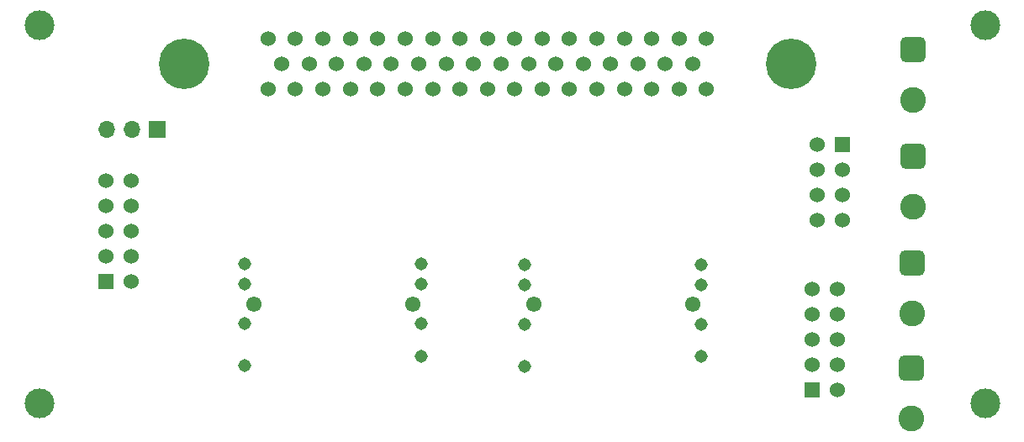
<source format=gbr>
%TF.GenerationSoftware,KiCad,Pcbnew,(6.0.4-0)*%
%TF.CreationDate,2023-07-13T10:21:47-07:00*%
%TF.ProjectId,CableAdapterBoard,4361626c-6541-4646-9170-746572426f61,rev?*%
%TF.SameCoordinates,Original*%
%TF.FileFunction,Soldermask,Bot*%
%TF.FilePolarity,Negative*%
%FSLAX46Y46*%
G04 Gerber Fmt 4.6, Leading zero omitted, Abs format (unit mm)*
G04 Created by KiCad (PCBNEW (6.0.4-0)) date 2023-07-13 10:21:47*
%MOMM*%
%LPD*%
G01*
G04 APERTURE LIST*
G04 Aperture macros list*
%AMRoundRect*
0 Rectangle with rounded corners*
0 $1 Rounding radius*
0 $2 $3 $4 $5 $6 $7 $8 $9 X,Y pos of 4 corners*
0 Add a 4 corners polygon primitive as box body*
4,1,4,$2,$3,$4,$5,$6,$7,$8,$9,$2,$3,0*
0 Add four circle primitives for the rounded corners*
1,1,$1+$1,$2,$3*
1,1,$1+$1,$4,$5*
1,1,$1+$1,$6,$7*
1,1,$1+$1,$8,$9*
0 Add four rect primitives between the rounded corners*
20,1,$1+$1,$2,$3,$4,$5,0*
20,1,$1+$1,$4,$5,$6,$7,0*
20,1,$1+$1,$6,$7,$8,$9,0*
20,1,$1+$1,$8,$9,$2,$3,0*%
G04 Aperture macros list end*
%ADD10R,1.700000X1.700000*%
%ADD11O,1.700000X1.700000*%
%ADD12C,3.000000*%
%ADD13C,1.550000*%
%ADD14C,1.308000*%
%ADD15R,1.530000X1.530000*%
%ADD16C,1.530000*%
%ADD17RoundRect,0.650000X-0.650000X0.650000X-0.650000X-0.650000X0.650000X-0.650000X0.650000X0.650000X0*%
%ADD18C,2.600000*%
%ADD19C,1.524000*%
%ADD20C,5.080000*%
G04 APERTURE END LIST*
D10*
%TO.C,JP1*%
X103610000Y-82200000D03*
D11*
X101070000Y-82200000D03*
X98530000Y-82200000D03*
%TD*%
D12*
%TO.C,REF\u002A\u002A1*%
X91750000Y-71660000D03*
%TD*%
D13*
%TO.C,J21*%
X157525000Y-99800000D03*
X141525000Y-99800000D03*
D14*
X158425000Y-105040000D03*
X158425000Y-101800000D03*
X158425000Y-97800000D03*
X158425000Y-95770000D03*
X140625000Y-95770000D03*
X140625000Y-97800000D03*
X140625000Y-101800000D03*
X140625000Y-106040000D03*
%TD*%
D15*
%TO.C,J2*%
X169595000Y-108422500D03*
D16*
X169595000Y-105882500D03*
X169595000Y-103342500D03*
X169595000Y-100802500D03*
X169595000Y-98262500D03*
X172135000Y-108422500D03*
X172135000Y-105882500D03*
X172135000Y-103342500D03*
X172135000Y-100802500D03*
X172135000Y-98262500D03*
%TD*%
D17*
%TO.C,TP4*%
X179600000Y-106220000D03*
D18*
X179600000Y-111300000D03*
%TD*%
D12*
%TO.C,REF\u002A\u002A2*%
X187000000Y-109760000D03*
%TD*%
D15*
%TO.C,J3*%
X98495000Y-97497500D03*
D16*
X98495000Y-94957500D03*
X98495000Y-92417500D03*
X98495000Y-89877500D03*
X98495000Y-87337500D03*
X101035000Y-97497500D03*
X101035000Y-94957500D03*
X101035000Y-92417500D03*
X101035000Y-89877500D03*
X101035000Y-87337500D03*
%TD*%
D17*
%TO.C,TP2*%
X179720000Y-84890000D03*
D18*
X179720000Y-89970000D03*
%TD*%
D12*
%TO.C,REF\u002A\u002A*%
X187000000Y-71660000D03*
%TD*%
D17*
%TO.C,TP3*%
X179770000Y-74100000D03*
D18*
X179770000Y-79180000D03*
%TD*%
D13*
%TO.C,J31*%
X113325000Y-99750000D03*
X129325000Y-99750000D03*
D14*
X130225000Y-104990000D03*
X130225000Y-101750000D03*
X130225000Y-97750000D03*
X130225000Y-95720000D03*
X112425000Y-95720000D03*
X112425000Y-97750000D03*
X112425000Y-101750000D03*
X112425000Y-105990000D03*
%TD*%
D15*
%TO.C,J1*%
X172595000Y-83665000D03*
D16*
X172595000Y-86205000D03*
X172595000Y-88745000D03*
X172595000Y-91285000D03*
X170055000Y-83665000D03*
X170055000Y-86205000D03*
X170055000Y-88745000D03*
X170055000Y-91285000D03*
%TD*%
D19*
%TO.C,DSUB1*%
X158938600Y-78086500D03*
X156195400Y-78086500D03*
X153426800Y-78086500D03*
X150658200Y-78086500D03*
X147915000Y-78086500D03*
X145146400Y-78086500D03*
X142377800Y-78086500D03*
X139634600Y-78086500D03*
X136866000Y-78086500D03*
X134097400Y-78086500D03*
X131354200Y-78086500D03*
X128585600Y-78086500D03*
X125817000Y-78086500D03*
X123073800Y-78086500D03*
X120305200Y-78086500D03*
X117536600Y-78086500D03*
X114793400Y-78086500D03*
X157567000Y-75546500D03*
X154798400Y-75546500D03*
X152055200Y-75546500D03*
X149286600Y-75546500D03*
X146518000Y-75546500D03*
X143749400Y-75546500D03*
X141006200Y-75546500D03*
X138237600Y-75546500D03*
X135469000Y-75546500D03*
X132725800Y-75546500D03*
X129957200Y-75546500D03*
X127188600Y-75546500D03*
X124445400Y-75546500D03*
X121676800Y-75546500D03*
X118908200Y-75546500D03*
X116165000Y-75546500D03*
X158938600Y-73006500D03*
X156195400Y-73006500D03*
X153426800Y-73006500D03*
X150658200Y-73006500D03*
X147915000Y-73006500D03*
X145146400Y-73006500D03*
X142377800Y-73006500D03*
X139634600Y-73006500D03*
X136866000Y-73006500D03*
X134097400Y-73006500D03*
X131354200Y-73006500D03*
X128585600Y-73006500D03*
X125817000Y-73006500D03*
X123073800Y-73006500D03*
X120305200Y-73006500D03*
X117536600Y-73006500D03*
X114793400Y-73006500D03*
D20*
X106309800Y-75546500D03*
X167422200Y-75546500D03*
%TD*%
D17*
%TO.C,TP1*%
X179670000Y-95630000D03*
D18*
X179670000Y-100710000D03*
%TD*%
D12*
%TO.C,REF\u002A\u002A3*%
X91750000Y-109760000D03*
%TD*%
M02*

</source>
